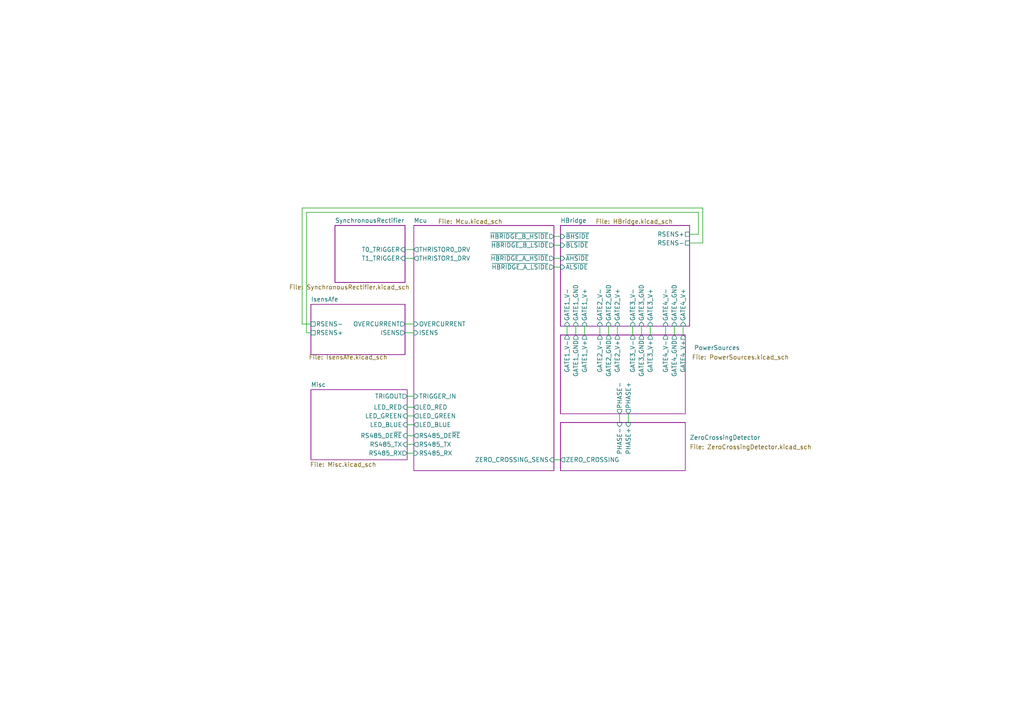
<source format=kicad_sch>
(kicad_sch (version 20200506) (host eeschema "5.99.0-unknown-1f9723c~101~ubuntu18.04.1")
  (page "A4")
  (lib_symbols)
  (wire (pts (xy 87.63 60.325) (xy 203.835 60.325)))
  (wire (pts (xy 87.63 93.98) (xy 87.63 60.325)))
  (wire (pts (xy 87.63 93.98) (xy 90.17 93.98)))
  (wire (pts (xy 88.9 61.595) (xy 88.9 96.52)))
  (wire (pts (xy 88.9 61.595) (xy 202.565 61.595)))
  (wire (pts (xy 88.9 96.52) (xy 90.17 96.52)))
  (wire (pts (xy 117.475 72.39) (xy 120.015 72.39)))
  (wire (pts (xy 117.475 74.93) (xy 120.015 74.93)))
  (wire (pts (xy 117.475 93.98) (xy 120.015 93.98)))
  (wire (pts (xy 117.475 96.52) (xy 120.015 96.52)))
  (wire (pts (xy 118.11 114.935) (xy 120.015 114.935)))
  (wire (pts (xy 118.11 118.11) (xy 120.015 118.11)))
  (wire (pts (xy 118.11 120.65) (xy 120.015 120.65)))
  (wire (pts (xy 118.11 123.19) (xy 120.015 123.19)))
  (wire (pts (xy 118.11 126.365) (xy 120.015 126.365)))
  (wire (pts (xy 118.11 128.905) (xy 120.015 128.905)))
  (wire (pts (xy 118.11 131.445) (xy 120.015 131.445)))
  (wire (pts (xy 160.655 68.58) (xy 162.56 68.58)))
  (wire (pts (xy 160.655 71.12) (xy 162.56 71.12)))
  (wire (pts (xy 160.655 74.93) (xy 162.56 74.93)))
  (wire (pts (xy 160.655 77.47) (xy 162.56 77.47)))
  (wire (pts (xy 160.655 133.35) (xy 162.56 133.35)))
  (wire (pts (xy 164.465 94.615) (xy 164.465 97.155)))
  (wire (pts (xy 167.005 94.615) (xy 167.005 97.155)))
  (wire (pts (xy 169.545 94.615) (xy 169.545 97.155)))
  (wire (pts (xy 173.99 94.615) (xy 173.99 97.155)))
  (wire (pts (xy 176.53 94.615) (xy 176.53 97.155)))
  (wire (pts (xy 179.07 94.615) (xy 179.07 97.155)))
  (wire (pts (xy 179.705 120.015) (xy 179.705 122.555)))
  (wire (pts (xy 182.245 120.015) (xy 182.245 122.555)))
  (wire (pts (xy 183.515 94.615) (xy 183.515 97.155)))
  (wire (pts (xy 186.055 94.615) (xy 186.055 97.155)))
  (wire (pts (xy 188.595 94.615) (xy 188.595 97.155)))
  (wire (pts (xy 193.04 94.615) (xy 193.04 97.155)))
  (wire (pts (xy 195.58 94.615) (xy 195.58 97.155)))
  (wire (pts (xy 198.12 94.615) (xy 198.12 97.155)))
  (wire (pts (xy 202.565 61.595) (xy 202.565 67.945)))
  (wire (pts (xy 202.565 67.945) (xy 200.025 67.945)))
  (wire (pts (xy 203.835 60.325) (xy 203.835 70.485)))
  (wire (pts (xy 203.835 70.485) (xy 200.025 70.485)))
  (sheet (at 162.56 65.405) (size 37.465 29.21) (stroke (width 0.152) (color 132 0 132 1)) (fill (color 255 255 255 0.0000))
    (property "Sheet name" "HBridge" (at 162.56 64.6936 0) (effects (justify left bottom)))
    (property "Sheet file" "HBridge.kicad_sch" (at 172.72 63.5 0) (effects (justify left top)))
    (pin "GATE2_V-" input (at 173.99 94.615 270))
    (pin "GATE2_V+" input (at 179.07 94.615 270))
    (pin "GATE1_V-" input (at 164.465 94.615 270))
    (pin "GATE1_V+" input (at 169.545 94.615 270))
    (pin "RSENS+" passive (at 200.025 67.945 0))
    (pin "RSENS-" passive (at 200.025 70.485 0))
    (pin "GATE3_V+" input (at 188.595 94.615 270))
    (pin "GATE3_V-" input (at 183.515 94.615 270))
    (pin "GATE4_V+" input (at 198.12 94.615 270))
    (pin "GATE4_V-" input (at 193.04 94.615 270))
    (pin "GATE1_GND" input (at 167.005 94.615 270))
    (pin "GATE2_GND" input (at 176.53 94.615 270))
    (pin "GATE3_GND" input (at 186.055 94.615 270))
    (pin "GATE4_GND" input (at 195.58 94.615 270))
    (pin "~AHSIDE" input (at 162.56 74.93 180))
    (pin "~ALSIDE" input (at 162.56 77.47 180))
    (pin "~BHSIDE" input (at 162.56 68.58 180))
    (pin "~BLSIDE" input (at 162.56 71.12 180))
  )
  (sheet (at 90.17 88.265) (size 27.305 14.605) (stroke (width 0.152) (color 132 0 132 1)) (fill (color 255 255 255 0.0000))
    (property "Sheet name" "IsensAfe" (at 90.17 87.5536 0) (effects (justify left bottom)))
    (property "Sheet file" "IsensAfe.kicad_sch" (at 89.535 102.87 0) (effects (justify left top)))
    (pin "RSENS+" passive (at 90.17 96.52 180))
    (pin "RSENS-" passive (at 90.17 93.98 180))
    (pin "ISENS" output (at 117.475 96.52 0))
    (pin "OVERCURRENT" output (at 117.475 93.98 0))
  )
  (sheet (at 120.015 65.405) (size 40.64 71.12) (stroke (width 0.152) (color 132 0 132 1)) (fill (color 255 255 255 0.0000))
    (property "Sheet name" "Mcu" (at 120.015 64.6936 0) (effects (justify left bottom)))
    (property "Sheet file" "Mcu.kicad_sch" (at 127 63.5 0) (effects (justify left top)))
    (pin "THRISTOR0_DRV" output (at 120.015 72.39 180))
    (pin "THRISTOR1_DRV" output (at 120.015 74.93 180))
    (pin "ZERO_CROSSING_SENS" input (at 160.655 133.35 0))
    (pin "OVERCURRENT" input (at 120.015 93.98 180))
    (pin "ISENS" input (at 120.015 96.52 180))
    (pin "LED_BLUE" output (at 120.015 123.19 180))
    (pin "LED_RED" output (at 120.015 118.11 180))
    (pin "TRIGGER_IN" input (at 120.015 114.935 180))
    (pin "RS485_RX" input (at 120.015 131.445 180))
    (pin "RS485_TX" output (at 120.015 128.905 180))
    (pin "RS485_DE~RE" output (at 120.015 126.365 180))
    (pin "~HBRIDGE_A_HSIDE" output (at 160.655 74.93 0))
    (pin "~HBRIDGE_B_LSIDE" output (at 160.655 71.12 0))
    (pin "~HBRIDGE_A_LSIDE" output (at 160.655 77.47 0))
    (pin "~HBRIDGE_B_HSIDE" output (at 160.655 68.58 0))
    (pin "LED_GREEN" output (at 120.015 120.65 180))
  )
  (sheet (at 90.17 113.03) (size 27.94 20.32) (stroke (width 0.152) (color 132 0 132 1)) (fill (color 255 255 255 0.0000))
    (property "Sheet name" "Misc" (at 90.17 112.3186 0) (effects (justify left bottom)))
    (property "Sheet file" "Misc.kicad_sch" (at 89.916 133.985 0) (effects (justify left top)))
    (pin "LED_BLUE" input (at 118.11 123.19 0))
    (pin "LED_RED" input (at 118.11 118.11 0))
    (pin "TRIGOUT" output (at 118.11 114.935 0))
    (pin "RS485_DE~RE" input (at 118.11 126.365 0))
    (pin "RS485_TX" input (at 118.11 128.905 0))
    (pin "RS485_RX" output (at 118.11 131.445 0))
    (pin "LED_GREEN" input (at 118.11 120.65 0))
  )
  (sheet (at 162.56 97.155) (size 36.195 22.86) (stroke (width 0.152) (color 132 0 132 1)) (fill (color 255 255 255 0.0000))
    (property "Sheet name" "PowerSources" (at 201.295 101.6 0) (effects (justify left bottom)))
    (property "Sheet file" "PowerSources.kicad_sch" (at 200.66 102.87 0) (effects (justify left top)))
    (pin "GATE4_V-" output (at 193.04 97.155 90))
    (pin "GATE3_V+" output (at 188.595 97.155 90))
    (pin "GATE3_GND" output (at 186.055 97.155 90))
    (pin "GATE3_V-" output (at 183.515 97.155 90))
    (pin "GATE4_V+" output (at 198.12 97.155 90))
    (pin "GATE4_GND" output (at 195.58 97.155 90))
    (pin "GATE1_V+" output (at 169.545 97.155 90))
    (pin "GATE2_GND" output (at 176.53 97.155 90))
    (pin "GATE1_GND" output (at 167.005 97.155 90))
    (pin "GATE1_V-" output (at 164.465 97.155 90))
    (pin "GATE2_V+" output (at 179.07 97.155 90))
    (pin "GATE2_V-" output (at 173.99 97.155 90))
    (pin "PHASE+" output (at 182.245 120.015 270))
    (pin "PHASE-" output (at 179.705 120.015 270))
  )
  (sheet (at 97.155 65.405) (size 20.32 16.51) (stroke (width 0.152) (color 132 0 132 1)) (fill (color 255 255 255 0.0000))
    (property "Sheet name" "SynchronousRectifier" (at 97.155 64.694 0) (effects (justify left bottom)))
    (property "Sheet file" "SynchronousRectifier.kicad_sch" (at 83.82 82.55 0) (effects (justify left top)))
    (pin "T0_TRIGGER" input (at 117.475 72.39 0))
    (pin "T1_TRIGGER" input (at 117.475 74.93 0))
  )
  (sheet (at 162.56 122.555) (size 36.195 13.97) (stroke (width 0.152) (color 132 0 132 1)) (fill (color 255 255 255 0.0000))
    (property "Sheet name" "ZeroCrossingDetector" (at 200.025 127.635 0) (effects (justify left bottom)))
    (property "Sheet file" "ZeroCrossingDetector.kicad_sch" (at 200.025 128.905 0) (effects (justify left top)))
    (pin "ZERO_CROSSING" output (at 162.56 133.35 180))
    (pin "PHASE+" input (at 182.245 122.555 90))
    (pin "PHASE-" input (at 179.705 122.555 90))
  )
)
</source>
